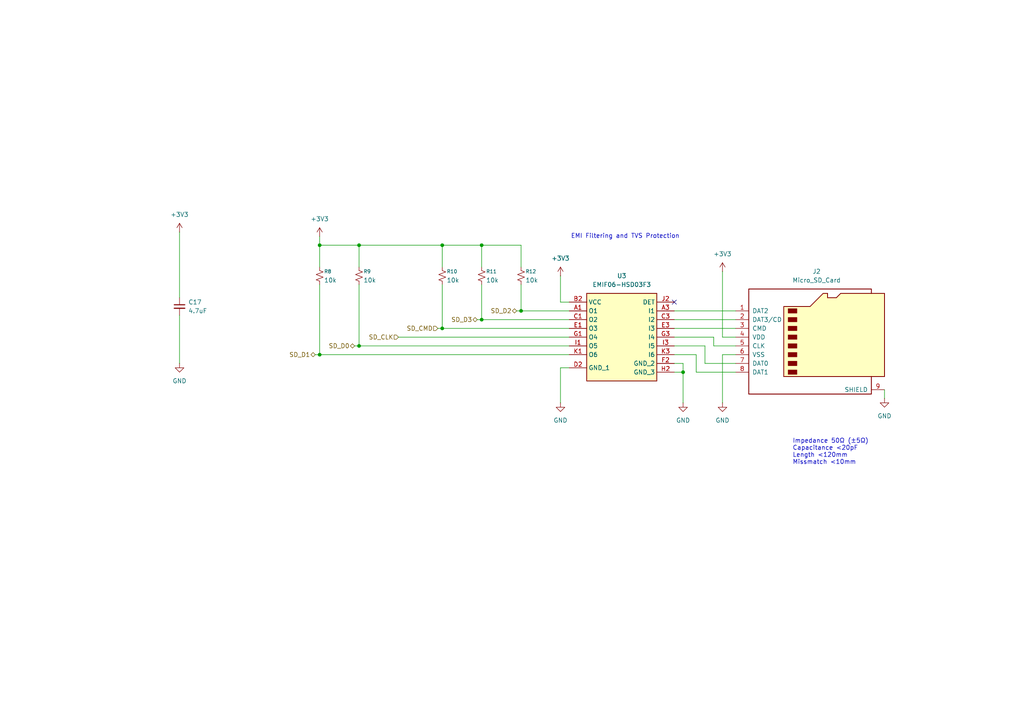
<source format=kicad_sch>
(kicad_sch
	(version 20250114)
	(generator "eeschema")
	(generator_version "9.0")
	(uuid "00bf6046-0cb2-46ed-9c7a-25a42c89ec96")
	(paper "A4")
	(title_block
		(title "Canard Board")
		(company "Waterloo Rocketry")
		(comment 4 "Processor: See STM Application Note AN5419")
	)
	(lib_symbols
		(symbol "Connector:Micro_SD_Card"
			(pin_names
				(offset 1.016)
			)
			(exclude_from_sim no)
			(in_bom yes)
			(on_board yes)
			(property "Reference" "J"
				(at -16.51 15.24 0)
				(effects
					(font
						(size 1.27 1.27)
					)
				)
			)
			(property "Value" "Micro_SD_Card"
				(at 16.51 15.24 0)
				(effects
					(font
						(size 1.27 1.27)
					)
					(justify right)
				)
			)
			(property "Footprint" ""
				(at 29.21 7.62 0)
				(effects
					(font
						(size 1.27 1.27)
					)
					(hide yes)
				)
			)
			(property "Datasheet" "https://www.we-online.com/components/products/datasheet/693072010801.pdf"
				(at 0 0 0)
				(effects
					(font
						(size 1.27 1.27)
					)
					(hide yes)
				)
			)
			(property "Description" "Micro SD Card Socket"
				(at 0 0 0)
				(effects
					(font
						(size 1.27 1.27)
					)
					(hide yes)
				)
			)
			(property "ki_keywords" "connector SD microsd"
				(at 0 0 0)
				(effects
					(font
						(size 1.27 1.27)
					)
					(hide yes)
				)
			)
			(property "ki_fp_filters" "microSD*"
				(at 0 0 0)
				(effects
					(font
						(size 1.27 1.27)
					)
					(hide yes)
				)
			)
			(symbol "Micro_SD_Card_0_1"
				(polyline
					(pts
						(xy -8.89 -11.43) (xy -8.89 8.89) (xy -1.27 8.89) (xy 2.54 12.7) (xy 3.81 12.7) (xy 3.81 11.43)
						(xy 6.35 11.43) (xy 7.62 12.7) (xy 20.32 12.7) (xy 20.32 -11.43) (xy -8.89 -11.43)
					)
					(stroke
						(width 0.254)
						(type default)
					)
					(fill
						(type background)
					)
				)
				(rectangle
					(start -7.62 8.255)
					(end -5.08 6.985)
					(stroke
						(width 0)
						(type default)
					)
					(fill
						(type outline)
					)
				)
				(rectangle
					(start -7.62 5.715)
					(end -5.08 4.445)
					(stroke
						(width 0)
						(type default)
					)
					(fill
						(type outline)
					)
				)
				(rectangle
					(start -7.62 3.175)
					(end -5.08 1.905)
					(stroke
						(width 0)
						(type default)
					)
					(fill
						(type outline)
					)
				)
				(rectangle
					(start -7.62 0.635)
					(end -5.08 -0.635)
					(stroke
						(width 0)
						(type default)
					)
					(fill
						(type outline)
					)
				)
				(rectangle
					(start -7.62 -1.905)
					(end -5.08 -3.175)
					(stroke
						(width 0)
						(type default)
					)
					(fill
						(type outline)
					)
				)
				(rectangle
					(start -7.62 -4.445)
					(end -5.08 -5.715)
					(stroke
						(width 0)
						(type default)
					)
					(fill
						(type outline)
					)
				)
				(rectangle
					(start -7.62 -6.985)
					(end -5.08 -8.255)
					(stroke
						(width 0)
						(type default)
					)
					(fill
						(type outline)
					)
				)
				(rectangle
					(start -7.62 -9.525)
					(end -5.08 -10.795)
					(stroke
						(width 0)
						(type default)
					)
					(fill
						(type outline)
					)
				)
				(polyline
					(pts
						(xy 16.51 12.7) (xy 16.51 13.97) (xy -19.05 13.97) (xy -19.05 -16.51) (xy 16.51 -16.51) (xy 16.51 -11.43)
					)
					(stroke
						(width 0.254)
						(type default)
					)
					(fill
						(type none)
					)
				)
			)
			(symbol "Micro_SD_Card_1_1"
				(pin bidirectional line
					(at -22.86 7.62 0)
					(length 3.81)
					(name "DAT2"
						(effects
							(font
								(size 1.27 1.27)
							)
						)
					)
					(number "1"
						(effects
							(font
								(size 1.27 1.27)
							)
						)
					)
				)
				(pin bidirectional line
					(at -22.86 5.08 0)
					(length 3.81)
					(name "DAT3/CD"
						(effects
							(font
								(size 1.27 1.27)
							)
						)
					)
					(number "2"
						(effects
							(font
								(size 1.27 1.27)
							)
						)
					)
				)
				(pin input line
					(at -22.86 2.54 0)
					(length 3.81)
					(name "CMD"
						(effects
							(font
								(size 1.27 1.27)
							)
						)
					)
					(number "3"
						(effects
							(font
								(size 1.27 1.27)
							)
						)
					)
				)
				(pin power_in line
					(at -22.86 0 0)
					(length 3.81)
					(name "VDD"
						(effects
							(font
								(size 1.27 1.27)
							)
						)
					)
					(number "4"
						(effects
							(font
								(size 1.27 1.27)
							)
						)
					)
				)
				(pin input line
					(at -22.86 -2.54 0)
					(length 3.81)
					(name "CLK"
						(effects
							(font
								(size 1.27 1.27)
							)
						)
					)
					(number "5"
						(effects
							(font
								(size 1.27 1.27)
							)
						)
					)
				)
				(pin power_in line
					(at -22.86 -5.08 0)
					(length 3.81)
					(name "VSS"
						(effects
							(font
								(size 1.27 1.27)
							)
						)
					)
					(number "6"
						(effects
							(font
								(size 1.27 1.27)
							)
						)
					)
				)
				(pin bidirectional line
					(at -22.86 -7.62 0)
					(length 3.81)
					(name "DAT0"
						(effects
							(font
								(size 1.27 1.27)
							)
						)
					)
					(number "7"
						(effects
							(font
								(size 1.27 1.27)
							)
						)
					)
				)
				(pin bidirectional line
					(at -22.86 -10.16 0)
					(length 3.81)
					(name "DAT1"
						(effects
							(font
								(size 1.27 1.27)
							)
						)
					)
					(number "8"
						(effects
							(font
								(size 1.27 1.27)
							)
						)
					)
				)
				(pin passive line
					(at 20.32 -15.24 180)
					(length 3.81)
					(name "SHIELD"
						(effects
							(font
								(size 1.27 1.27)
							)
						)
					)
					(number "9"
						(effects
							(font
								(size 1.27 1.27)
							)
						)
					)
				)
			)
			(embedded_fonts no)
		)
		(symbol "Device:C_Small"
			(pin_numbers
				(hide yes)
			)
			(pin_names
				(offset 0.254)
				(hide yes)
			)
			(exclude_from_sim no)
			(in_bom yes)
			(on_board yes)
			(property "Reference" "C"
				(at 0.254 1.778 0)
				(effects
					(font
						(size 1.27 1.27)
					)
					(justify left)
				)
			)
			(property "Value" "C_Small"
				(at 0.254 -2.032 0)
				(effects
					(font
						(size 1.27 1.27)
					)
					(justify left)
				)
			)
			(property "Footprint" ""
				(at 0 0 0)
				(effects
					(font
						(size 1.27 1.27)
					)
					(hide yes)
				)
			)
			(property "Datasheet" "~"
				(at 0 0 0)
				(effects
					(font
						(size 1.27 1.27)
					)
					(hide yes)
				)
			)
			(property "Description" "Unpolarized capacitor, small symbol"
				(at 0 0 0)
				(effects
					(font
						(size 1.27 1.27)
					)
					(hide yes)
				)
			)
			(property "ki_keywords" "capacitor cap"
				(at 0 0 0)
				(effects
					(font
						(size 1.27 1.27)
					)
					(hide yes)
				)
			)
			(property "ki_fp_filters" "C_*"
				(at 0 0 0)
				(effects
					(font
						(size 1.27 1.27)
					)
					(hide yes)
				)
			)
			(symbol "C_Small_0_1"
				(polyline
					(pts
						(xy -1.524 0.508) (xy 1.524 0.508)
					)
					(stroke
						(width 0.3048)
						(type default)
					)
					(fill
						(type none)
					)
				)
				(polyline
					(pts
						(xy -1.524 -0.508) (xy 1.524 -0.508)
					)
					(stroke
						(width 0.3302)
						(type default)
					)
					(fill
						(type none)
					)
				)
			)
			(symbol "C_Small_1_1"
				(pin passive line
					(at 0 2.54 270)
					(length 2.032)
					(name "~"
						(effects
							(font
								(size 1.27 1.27)
							)
						)
					)
					(number "1"
						(effects
							(font
								(size 1.27 1.27)
							)
						)
					)
				)
				(pin passive line
					(at 0 -2.54 90)
					(length 2.032)
					(name "~"
						(effects
							(font
								(size 1.27 1.27)
							)
						)
					)
					(number "2"
						(effects
							(font
								(size 1.27 1.27)
							)
						)
					)
				)
			)
			(embedded_fonts no)
		)
		(symbol "Device:R_Small_US"
			(pin_numbers
				(hide yes)
			)
			(pin_names
				(offset 0.254)
				(hide yes)
			)
			(exclude_from_sim no)
			(in_bom yes)
			(on_board yes)
			(property "Reference" "R"
				(at 0.762 0.508 0)
				(effects
					(font
						(size 1.27 1.27)
					)
					(justify left)
				)
			)
			(property "Value" "R_Small_US"
				(at 0.762 -1.016 0)
				(effects
					(font
						(size 1.27 1.27)
					)
					(justify left)
				)
			)
			(property "Footprint" ""
				(at 0 0 0)
				(effects
					(font
						(size 1.27 1.27)
					)
					(hide yes)
				)
			)
			(property "Datasheet" "~"
				(at 0 0 0)
				(effects
					(font
						(size 1.27 1.27)
					)
					(hide yes)
				)
			)
			(property "Description" "Resistor, small US symbol"
				(at 0 0 0)
				(effects
					(font
						(size 1.27 1.27)
					)
					(hide yes)
				)
			)
			(property "ki_keywords" "r resistor"
				(at 0 0 0)
				(effects
					(font
						(size 1.27 1.27)
					)
					(hide yes)
				)
			)
			(property "ki_fp_filters" "R_*"
				(at 0 0 0)
				(effects
					(font
						(size 1.27 1.27)
					)
					(hide yes)
				)
			)
			(symbol "R_Small_US_1_1"
				(polyline
					(pts
						(xy 0 1.524) (xy 1.016 1.143) (xy 0 0.762) (xy -1.016 0.381) (xy 0 0)
					)
					(stroke
						(width 0)
						(type default)
					)
					(fill
						(type none)
					)
				)
				(polyline
					(pts
						(xy 0 0) (xy 1.016 -0.381) (xy 0 -0.762) (xy -1.016 -1.143) (xy 0 -1.524)
					)
					(stroke
						(width 0)
						(type default)
					)
					(fill
						(type none)
					)
				)
				(pin passive line
					(at 0 2.54 270)
					(length 1.016)
					(name "~"
						(effects
							(font
								(size 1.27 1.27)
							)
						)
					)
					(number "1"
						(effects
							(font
								(size 1.27 1.27)
							)
						)
					)
				)
				(pin passive line
					(at 0 -2.54 90)
					(length 1.016)
					(name "~"
						(effects
							(font
								(size 1.27 1.27)
							)
						)
					)
					(number "2"
						(effects
							(font
								(size 1.27 1.27)
							)
						)
					)
				)
			)
			(embedded_fonts no)
		)
		(symbol "canardboard:EMIF06-HSD03F3"
			(exclude_from_sim no)
			(in_bom yes)
			(on_board yes)
			(property "Reference" "U"
				(at 26.67 7.62 0)
				(effects
					(font
						(size 1.27 1.27)
					)
					(justify left top)
				)
			)
			(property "Value" "EMIF06-HSD03F3"
				(at 26.67 5.08 0)
				(effects
					(font
						(size 1.27 1.27)
					)
					(justify left top)
				)
			)
			(property "Footprint" "EMIF06HSD03F3"
				(at 26.67 -94.92 0)
				(effects
					(font
						(size 1.27 1.27)
					)
					(justify left top)
					(hide yes)
				)
			)
			(property "Datasheet" "https://www.st.com/resource/en/datasheet/emif06-hsd03f3.pdf"
				(at 26.67 -194.92 0)
				(effects
					(font
						(size 1.27 1.27)
					)
					(justify left top)
					(hide yes)
				)
			)
			(property "Description" ""
				(at 0 0 0)
				(effects
					(font
						(size 1.27 1.27)
					)
					(hide yes)
				)
			)
			(property "Height" "0.65"
				(at 26.67 -394.92 0)
				(effects
					(font
						(size 1.27 1.27)
					)
					(justify left top)
					(hide yes)
				)
			)
			(property "Mouser Part Number" "511-EMIF06-HSD03F3"
				(at 26.67 -494.92 0)
				(effects
					(font
						(size 1.27 1.27)
					)
					(justify left top)
					(hide yes)
				)
			)
			(property "Mouser Price/Stock" "https://www.mouser.co.uk/ProductDetail/STMicroelectronics/EMIF06-HSD03F3?qs=wkiPY8TIIKeA9WXM%252BftrUw%3D%3D"
				(at 26.67 -594.92 0)
				(effects
					(font
						(size 1.27 1.27)
					)
					(justify left top)
					(hide yes)
				)
			)
			(property "Manufacturer_Name" "STMicroelectronics"
				(at 26.67 -694.92 0)
				(effects
					(font
						(size 1.27 1.27)
					)
					(justify left top)
					(hide yes)
				)
			)
			(property "Manufacturer_Part_Number" "EMIF06-HSD03F3"
				(at 26.67 -794.92 0)
				(effects
					(font
						(size 1.27 1.27)
					)
					(justify left top)
					(hide yes)
				)
			)
			(symbol "EMIF06-HSD03F3_1_1"
				(rectangle
					(start 5.08 2.54)
					(end 25.4 -22.86)
					(stroke
						(width 0.254)
						(type default)
					)
					(fill
						(type background)
					)
				)
				(pin passive line
					(at 0 0 0)
					(length 5.08)
					(name "VCC"
						(effects
							(font
								(size 1.27 1.27)
							)
						)
					)
					(number "B2"
						(effects
							(font
								(size 1.27 1.27)
							)
						)
					)
				)
				(pin passive line
					(at 0 -2.54 0)
					(length 5.08)
					(name "O1"
						(effects
							(font
								(size 1.27 1.27)
							)
						)
					)
					(number "A1"
						(effects
							(font
								(size 1.27 1.27)
							)
						)
					)
				)
				(pin passive line
					(at 0 -5.08 0)
					(length 5.08)
					(name "O2"
						(effects
							(font
								(size 1.27 1.27)
							)
						)
					)
					(number "C1"
						(effects
							(font
								(size 1.27 1.27)
							)
						)
					)
				)
				(pin passive line
					(at 0 -7.62 0)
					(length 5.08)
					(name "O3"
						(effects
							(font
								(size 1.27 1.27)
							)
						)
					)
					(number "E1"
						(effects
							(font
								(size 1.27 1.27)
							)
						)
					)
				)
				(pin passive line
					(at 0 -10.16 0)
					(length 5.08)
					(name "O4"
						(effects
							(font
								(size 1.27 1.27)
							)
						)
					)
					(number "G1"
						(effects
							(font
								(size 1.27 1.27)
							)
						)
					)
				)
				(pin passive line
					(at 0 -12.7 0)
					(length 5.08)
					(name "O5"
						(effects
							(font
								(size 1.27 1.27)
							)
						)
					)
					(number "I1"
						(effects
							(font
								(size 1.27 1.27)
							)
						)
					)
				)
				(pin passive line
					(at 0 -15.24 0)
					(length 5.08)
					(name "O6"
						(effects
							(font
								(size 1.27 1.27)
							)
						)
					)
					(number "K1"
						(effects
							(font
								(size 1.27 1.27)
							)
						)
					)
				)
				(pin passive line
					(at 0 -19.05 0)
					(length 5.08)
					(name "GND_1"
						(effects
							(font
								(size 1.27 1.27)
							)
						)
					)
					(number "D2"
						(effects
							(font
								(size 1.27 1.27)
							)
						)
					)
				)
				(pin passive line
					(at 30.48 0 180)
					(length 5.08)
					(name "DET"
						(effects
							(font
								(size 1.27 1.27)
							)
						)
					)
					(number "J2"
						(effects
							(font
								(size 1.27 1.27)
							)
						)
					)
				)
				(pin passive line
					(at 30.48 -2.54 180)
					(length 5.08)
					(name "I1"
						(effects
							(font
								(size 1.27 1.27)
							)
						)
					)
					(number "A3"
						(effects
							(font
								(size 1.27 1.27)
							)
						)
					)
				)
				(pin passive line
					(at 30.48 -5.08 180)
					(length 5.08)
					(name "I2"
						(effects
							(font
								(size 1.27 1.27)
							)
						)
					)
					(number "C3"
						(effects
							(font
								(size 1.27 1.27)
							)
						)
					)
				)
				(pin passive line
					(at 30.48 -7.62 180)
					(length 5.08)
					(name "I3"
						(effects
							(font
								(size 1.27 1.27)
							)
						)
					)
					(number "E3"
						(effects
							(font
								(size 1.27 1.27)
							)
						)
					)
				)
				(pin passive line
					(at 30.48 -10.16 180)
					(length 5.08)
					(name "I4"
						(effects
							(font
								(size 1.27 1.27)
							)
						)
					)
					(number "G3"
						(effects
							(font
								(size 1.27 1.27)
							)
						)
					)
				)
				(pin passive line
					(at 30.48 -12.7 180)
					(length 5.08)
					(name "I5"
						(effects
							(font
								(size 1.27 1.27)
							)
						)
					)
					(number "I3"
						(effects
							(font
								(size 1.27 1.27)
							)
						)
					)
				)
				(pin passive line
					(at 30.48 -15.24 180)
					(length 5.08)
					(name "I6"
						(effects
							(font
								(size 1.27 1.27)
							)
						)
					)
					(number "K3"
						(effects
							(font
								(size 1.27 1.27)
							)
						)
					)
				)
				(pin passive line
					(at 30.48 -17.78 180)
					(length 5.08)
					(name "GND_2"
						(effects
							(font
								(size 1.27 1.27)
							)
						)
					)
					(number "F2"
						(effects
							(font
								(size 1.27 1.27)
							)
						)
					)
				)
				(pin passive line
					(at 30.48 -20.32 180)
					(length 5.08)
					(name "GND_3"
						(effects
							(font
								(size 1.27 1.27)
							)
						)
					)
					(number "H2"
						(effects
							(font
								(size 1.27 1.27)
							)
						)
					)
				)
			)
			(embedded_fonts no)
		)
		(symbol "power:+3V3"
			(power)
			(pin_numbers
				(hide yes)
			)
			(pin_names
				(offset 0)
				(hide yes)
			)
			(exclude_from_sim no)
			(in_bom yes)
			(on_board yes)
			(property "Reference" "#PWR"
				(at 0 -3.81 0)
				(effects
					(font
						(size 1.27 1.27)
					)
					(hide yes)
				)
			)
			(property "Value" "+3V3"
				(at 0 3.556 0)
				(effects
					(font
						(size 1.27 1.27)
					)
				)
			)
			(property "Footprint" ""
				(at 0 0 0)
				(effects
					(font
						(size 1.27 1.27)
					)
					(hide yes)
				)
			)
			(property "Datasheet" ""
				(at 0 0 0)
				(effects
					(font
						(size 1.27 1.27)
					)
					(hide yes)
				)
			)
			(property "Description" "Power symbol creates a global label with name \"+3V3\""
				(at 0 0 0)
				(effects
					(font
						(size 1.27 1.27)
					)
					(hide yes)
				)
			)
			(property "ki_keywords" "global power"
				(at 0 0 0)
				(effects
					(font
						(size 1.27 1.27)
					)
					(hide yes)
				)
			)
			(symbol "+3V3_0_1"
				(polyline
					(pts
						(xy -0.762 1.27) (xy 0 2.54)
					)
					(stroke
						(width 0)
						(type default)
					)
					(fill
						(type none)
					)
				)
				(polyline
					(pts
						(xy 0 2.54) (xy 0.762 1.27)
					)
					(stroke
						(width 0)
						(type default)
					)
					(fill
						(type none)
					)
				)
				(polyline
					(pts
						(xy 0 0) (xy 0 2.54)
					)
					(stroke
						(width 0)
						(type default)
					)
					(fill
						(type none)
					)
				)
			)
			(symbol "+3V3_1_1"
				(pin power_in line
					(at 0 0 90)
					(length 0)
					(name "~"
						(effects
							(font
								(size 1.27 1.27)
							)
						)
					)
					(number "1"
						(effects
							(font
								(size 1.27 1.27)
							)
						)
					)
				)
			)
			(embedded_fonts no)
		)
		(symbol "power:GND"
			(power)
			(pin_numbers
				(hide yes)
			)
			(pin_names
				(offset 0)
				(hide yes)
			)
			(exclude_from_sim no)
			(in_bom yes)
			(on_board yes)
			(property "Reference" "#PWR"
				(at 0 -6.35 0)
				(effects
					(font
						(size 1.27 1.27)
					)
					(hide yes)
				)
			)
			(property "Value" "GND"
				(at 0 -3.81 0)
				(effects
					(font
						(size 1.27 1.27)
					)
				)
			)
			(property "Footprint" ""
				(at 0 0 0)
				(effects
					(font
						(size 1.27 1.27)
					)
					(hide yes)
				)
			)
			(property "Datasheet" ""
				(at 0 0 0)
				(effects
					(font
						(size 1.27 1.27)
					)
					(hide yes)
				)
			)
			(property "Description" "Power symbol creates a global label with name \"GND\" , ground"
				(at 0 0 0)
				(effects
					(font
						(size 1.27 1.27)
					)
					(hide yes)
				)
			)
			(property "ki_keywords" "global power"
				(at 0 0 0)
				(effects
					(font
						(size 1.27 1.27)
					)
					(hide yes)
				)
			)
			(symbol "GND_0_1"
				(polyline
					(pts
						(xy 0 0) (xy 0 -1.27) (xy 1.27 -1.27) (xy 0 -2.54) (xy -1.27 -1.27) (xy 0 -1.27)
					)
					(stroke
						(width 0)
						(type default)
					)
					(fill
						(type none)
					)
				)
			)
			(symbol "GND_1_1"
				(pin power_in line
					(at 0 0 270)
					(length 0)
					(name "~"
						(effects
							(font
								(size 1.27 1.27)
							)
						)
					)
					(number "1"
						(effects
							(font
								(size 1.27 1.27)
							)
						)
					)
				)
			)
			(embedded_fonts no)
		)
	)
	(text "Impedance 50Ω (±5Ω)\nCapacitance <20pF\nLength <120mm\nMissmatch <10mm"
		(exclude_from_sim no)
		(at 229.87 127.254 0)
		(effects
			(font
				(size 1.27 1.27)
			)
			(justify left top)
		)
		(uuid "b00290ff-e45a-4b62-a9cc-a452777f5eca")
	)
	(text "EMI Filtering and TVS Protection"
		(exclude_from_sim no)
		(at 181.356 68.58 0)
		(effects
			(font
				(size 1.27 1.27)
			)
		)
		(uuid "da2281f2-b034-4141-b8a3-60b3278f433b")
	)
	(junction
		(at 198.12 107.95)
		(diameter 0)
		(color 0 0 0 0)
		(uuid "03586201-53bb-4b50-b39a-1030722cc49b")
	)
	(junction
		(at 139.7 92.71)
		(diameter 0)
		(color 0 0 0 0)
		(uuid "07fafd1f-b80a-47f2-9ff0-21d93b82def5")
	)
	(junction
		(at 128.27 95.25)
		(diameter 0)
		(color 0 0 0 0)
		(uuid "25387297-27ff-4988-9b96-8038afd6b25d")
	)
	(junction
		(at 92.71 102.87)
		(diameter 0)
		(color 0 0 0 0)
		(uuid "5846c9f9-a631-4419-9442-783ebb7bb54f")
	)
	(junction
		(at 128.27 71.12)
		(diameter 0)
		(color 0 0 0 0)
		(uuid "87294f0e-bcf7-48c6-b42e-b57be8d5dfb2")
	)
	(junction
		(at 104.14 100.33)
		(diameter 0)
		(color 0 0 0 0)
		(uuid "b9a169e5-588a-496f-a1ed-53f50906eb46")
	)
	(junction
		(at 151.13 90.17)
		(diameter 0)
		(color 0 0 0 0)
		(uuid "bb8f2e45-c341-4008-93b1-c985fd5a2ba8")
	)
	(junction
		(at 139.7 71.12)
		(diameter 0)
		(color 0 0 0 0)
		(uuid "dfd54759-582a-4bbb-859e-b0fcda2b35bb")
	)
	(junction
		(at 92.71 71.12)
		(diameter 0)
		(color 0 0 0 0)
		(uuid "f0029ee7-3e92-492d-bd86-1f31a1a8d01d")
	)
	(junction
		(at 104.14 71.12)
		(diameter 0)
		(color 0 0 0 0)
		(uuid "f4ba0c70-07f6-4211-9f07-7ca6f272354d")
	)
	(no_connect
		(at 195.58 87.63)
		(uuid "82aa0a1d-9314-4676-8b89-7d65fe84eb87")
	)
	(wire
		(pts
			(xy 128.27 95.25) (xy 165.1 95.25)
		)
		(stroke
			(width 0)
			(type default)
		)
		(uuid "0388bc22-64a5-45fd-8c98-cb6fb5ac88af")
	)
	(wire
		(pts
			(xy 128.27 71.12) (xy 128.27 77.47)
		)
		(stroke
			(width 0)
			(type default)
		)
		(uuid "04128b15-a508-41e3-8d73-fb7c43c521a9")
	)
	(wire
		(pts
			(xy 139.7 71.12) (xy 139.7 77.47)
		)
		(stroke
			(width 0)
			(type default)
		)
		(uuid "09434799-e7a2-4425-95db-da5ebb8fed8f")
	)
	(wire
		(pts
			(xy 139.7 82.55) (xy 139.7 92.71)
		)
		(stroke
			(width 0)
			(type default)
		)
		(uuid "0c0f21fe-3e3d-48c4-b972-bc2d7cf61195")
	)
	(wire
		(pts
			(xy 127 95.25) (xy 128.27 95.25)
		)
		(stroke
			(width 0)
			(type default)
		)
		(uuid "0e79d419-8ac4-41f2-85ad-f4a28b320001")
	)
	(wire
		(pts
			(xy 128.27 71.12) (xy 139.7 71.12)
		)
		(stroke
			(width 0)
			(type default)
		)
		(uuid "20354ef8-38d7-4490-942f-78a6ec039173")
	)
	(wire
		(pts
			(xy 207.01 97.79) (xy 207.01 100.33)
		)
		(stroke
			(width 0)
			(type default)
		)
		(uuid "23161bb8-83d5-41c3-a0c9-daafff3528c0")
	)
	(wire
		(pts
			(xy 52.07 67.31) (xy 52.07 86.36)
		)
		(stroke
			(width 0)
			(type default)
		)
		(uuid "2595549e-ff2c-4ef3-8ec0-21ab8cb87684")
	)
	(wire
		(pts
			(xy 165.1 87.63) (xy 162.56 87.63)
		)
		(stroke
			(width 0)
			(type default)
		)
		(uuid "29fab7d0-e16f-4a42-aa95-630044fc33ae")
	)
	(wire
		(pts
			(xy 92.71 82.55) (xy 92.71 102.87)
		)
		(stroke
			(width 0)
			(type default)
		)
		(uuid "2b5deafa-2286-4db4-adf4-846edb36dfdd")
	)
	(wire
		(pts
			(xy 204.47 105.41) (xy 213.36 105.41)
		)
		(stroke
			(width 0)
			(type default)
		)
		(uuid "2eb32f41-3fd1-4500-a837-42475e8349d5")
	)
	(wire
		(pts
			(xy 195.58 97.79) (xy 207.01 97.79)
		)
		(stroke
			(width 0)
			(type default)
		)
		(uuid "32816207-6589-4f5c-b93c-ca53af6e539a")
	)
	(wire
		(pts
			(xy 209.55 116.84) (xy 209.55 102.87)
		)
		(stroke
			(width 0)
			(type default)
		)
		(uuid "38f27f9c-9a2a-42c8-9461-a3cb148c481c")
	)
	(wire
		(pts
			(xy 139.7 92.71) (xy 165.1 92.71)
		)
		(stroke
			(width 0)
			(type default)
		)
		(uuid "3a159d81-0605-492e-b426-80a6b19e230f")
	)
	(wire
		(pts
			(xy 165.1 106.68) (xy 162.56 106.68)
		)
		(stroke
			(width 0)
			(type default)
		)
		(uuid "41cda9e3-c18e-4525-b2bd-f2827f49e7e1")
	)
	(wire
		(pts
			(xy 195.58 105.41) (xy 198.12 105.41)
		)
		(stroke
			(width 0)
			(type default)
		)
		(uuid "472fdd25-a7c0-47c8-9b6a-56730e62e433")
	)
	(wire
		(pts
			(xy 204.47 100.33) (xy 204.47 105.41)
		)
		(stroke
			(width 0)
			(type default)
		)
		(uuid "4cbf9972-7a08-4eb2-8aac-947760560a10")
	)
	(wire
		(pts
			(xy 195.58 92.71) (xy 213.36 92.71)
		)
		(stroke
			(width 0)
			(type default)
		)
		(uuid "524e7028-64d7-4e03-b60a-520e31e07ae8")
	)
	(wire
		(pts
			(xy 195.58 90.17) (xy 213.36 90.17)
		)
		(stroke
			(width 0)
			(type default)
		)
		(uuid "526bb92a-8bbe-4a6a-8ab9-61598aea727b")
	)
	(wire
		(pts
			(xy 115.57 97.79) (xy 165.1 97.79)
		)
		(stroke
			(width 0)
			(type default)
		)
		(uuid "58d07cf6-9c29-479a-b338-d6341552651f")
	)
	(wire
		(pts
			(xy 201.93 107.95) (xy 213.36 107.95)
		)
		(stroke
			(width 0)
			(type default)
		)
		(uuid "59c83aa7-3d5a-461f-ac5e-c9bb57f01107")
	)
	(wire
		(pts
			(xy 91.44 102.87) (xy 92.71 102.87)
		)
		(stroke
			(width 0)
			(type default)
		)
		(uuid "667afd1c-a16f-4230-8177-f9acc4232ecf")
	)
	(wire
		(pts
			(xy 151.13 90.17) (xy 165.1 90.17)
		)
		(stroke
			(width 0)
			(type default)
		)
		(uuid "70a50115-d737-4106-86e1-4d536c1ef248")
	)
	(wire
		(pts
			(xy 151.13 71.12) (xy 151.13 77.47)
		)
		(stroke
			(width 0)
			(type default)
		)
		(uuid "7f158841-d451-4797-84df-024619b3b5ed")
	)
	(wire
		(pts
			(xy 195.58 100.33) (xy 204.47 100.33)
		)
		(stroke
			(width 0)
			(type default)
		)
		(uuid "836dc062-c120-4eba-b226-6a121408008c")
	)
	(wire
		(pts
			(xy 104.14 100.33) (xy 165.1 100.33)
		)
		(stroke
			(width 0)
			(type default)
		)
		(uuid "87343aad-6064-4ef9-a51d-c1c9e72cbd60")
	)
	(wire
		(pts
			(xy 92.71 77.47) (xy 92.71 71.12)
		)
		(stroke
			(width 0)
			(type default)
		)
		(uuid "8a38d2a3-aee7-4540-a231-74d00a1ac251")
	)
	(wire
		(pts
			(xy 151.13 82.55) (xy 151.13 90.17)
		)
		(stroke
			(width 0)
			(type default)
		)
		(uuid "8e78753a-98a9-4087-bb36-34e9cf766f6a")
	)
	(wire
		(pts
			(xy 138.43 92.71) (xy 139.7 92.71)
		)
		(stroke
			(width 0)
			(type default)
		)
		(uuid "97ee7153-d7c9-4670-bc6f-6579796cacfe")
	)
	(wire
		(pts
			(xy 162.56 106.68) (xy 162.56 116.84)
		)
		(stroke
			(width 0)
			(type default)
		)
		(uuid "9d1411d1-a532-4444-bd07-f21ce3273562")
	)
	(wire
		(pts
			(xy 139.7 71.12) (xy 151.13 71.12)
		)
		(stroke
			(width 0)
			(type default)
		)
		(uuid "a07386fe-ed46-4e4c-9b8a-901b880c4a6c")
	)
	(wire
		(pts
			(xy 92.71 71.12) (xy 104.14 71.12)
		)
		(stroke
			(width 0)
			(type default)
		)
		(uuid "a23092ad-3999-4335-923b-c75bf6fe0907")
	)
	(wire
		(pts
			(xy 104.14 82.55) (xy 104.14 100.33)
		)
		(stroke
			(width 0)
			(type default)
		)
		(uuid "a609ff6d-b996-4c4e-a946-d719b2e1c667")
	)
	(wire
		(pts
			(xy 104.14 71.12) (xy 104.14 77.47)
		)
		(stroke
			(width 0)
			(type default)
		)
		(uuid "ac2dd14a-3f34-4d39-933e-cfd33333157d")
	)
	(wire
		(pts
			(xy 92.71 102.87) (xy 165.1 102.87)
		)
		(stroke
			(width 0)
			(type default)
		)
		(uuid "b2e37b4b-dc81-4e2c-a876-b9ac1360e722")
	)
	(wire
		(pts
			(xy 195.58 102.87) (xy 201.93 102.87)
		)
		(stroke
			(width 0)
			(type default)
		)
		(uuid "b507f24a-5322-4cf0-9160-94b97b6e6413")
	)
	(wire
		(pts
			(xy 198.12 107.95) (xy 198.12 116.84)
		)
		(stroke
			(width 0)
			(type default)
		)
		(uuid "b618ebff-6cb8-4670-965e-2c28b12079aa")
	)
	(wire
		(pts
			(xy 149.86 90.17) (xy 151.13 90.17)
		)
		(stroke
			(width 0)
			(type default)
		)
		(uuid "ba7d13e4-eeff-4648-a7ea-7e4efaa5c4ce")
	)
	(wire
		(pts
			(xy 102.87 100.33) (xy 104.14 100.33)
		)
		(stroke
			(width 0)
			(type default)
		)
		(uuid "bab35e64-6b46-4832-aebd-03b06664e49a")
	)
	(wire
		(pts
			(xy 104.14 71.12) (xy 128.27 71.12)
		)
		(stroke
			(width 0)
			(type default)
		)
		(uuid "bb0a1b25-f302-4cbc-a808-8fb2e18b0a4d")
	)
	(wire
		(pts
			(xy 256.54 115.57) (xy 256.54 113.03)
		)
		(stroke
			(width 0)
			(type default)
		)
		(uuid "c1ccd322-973a-4b5b-a838-3dd3bb7f0c32")
	)
	(wire
		(pts
			(xy 52.07 91.44) (xy 52.07 105.41)
		)
		(stroke
			(width 0)
			(type default)
		)
		(uuid "c4bf98ec-4a11-4439-baf3-275cdff44d5e")
	)
	(wire
		(pts
			(xy 195.58 95.25) (xy 213.36 95.25)
		)
		(stroke
			(width 0)
			(type default)
		)
		(uuid "c5d1c94b-156c-4fb7-8001-9a649040de86")
	)
	(wire
		(pts
			(xy 209.55 97.79) (xy 213.36 97.79)
		)
		(stroke
			(width 0)
			(type default)
		)
		(uuid "c8e06c87-7a2b-4735-af36-c2eba46d2959")
	)
	(wire
		(pts
			(xy 207.01 100.33) (xy 213.36 100.33)
		)
		(stroke
			(width 0)
			(type default)
		)
		(uuid "cffb70ee-777f-40a0-ab37-1b9c17f5db06")
	)
	(wire
		(pts
			(xy 209.55 102.87) (xy 213.36 102.87)
		)
		(stroke
			(width 0)
			(type default)
		)
		(uuid "d33fb945-c818-4fbc-8750-d0664b029d01")
	)
	(wire
		(pts
			(xy 162.56 80.01) (xy 162.56 87.63)
		)
		(stroke
			(width 0)
			(type default)
		)
		(uuid "d6527989-bb2c-4386-8a30-57a106f28d81")
	)
	(wire
		(pts
			(xy 198.12 105.41) (xy 198.12 107.95)
		)
		(stroke
			(width 0)
			(type default)
		)
		(uuid "e4b0ebae-0858-456d-ad03-f232bb8a9727")
	)
	(wire
		(pts
			(xy 195.58 107.95) (xy 198.12 107.95)
		)
		(stroke
			(width 0)
			(type default)
		)
		(uuid "ee349770-1c9b-4dc7-ba09-597d92452afe")
	)
	(wire
		(pts
			(xy 201.93 102.87) (xy 201.93 107.95)
		)
		(stroke
			(width 0)
			(type default)
		)
		(uuid "f57bea3d-e3eb-4a59-a7e1-b2a543d578b8")
	)
	(wire
		(pts
			(xy 209.55 78.74) (xy 209.55 97.79)
		)
		(stroke
			(width 0)
			(type default)
		)
		(uuid "fa977579-2891-44fc-a759-8a856db7fc77")
	)
	(wire
		(pts
			(xy 128.27 82.55) (xy 128.27 95.25)
		)
		(stroke
			(width 0)
			(type default)
		)
		(uuid "fc65dac5-7c33-4d0f-9c4d-2aa7215e6f0e")
	)
	(wire
		(pts
			(xy 92.71 68.58) (xy 92.71 71.12)
		)
		(stroke
			(width 0)
			(type default)
		)
		(uuid "fdcb8efd-4252-41d2-9d5e-9444984f80f2")
	)
	(hierarchical_label "SD_CMD"
		(shape input)
		(at 127 95.25 180)
		(effects
			(font
				(size 1.27 1.27)
			)
			(justify right)
		)
		(uuid "0aedc984-68ba-4a2c-97ab-7b9f296a6174")
	)
	(hierarchical_label "SD_D2"
		(shape bidirectional)
		(at 149.86 90.17 180)
		(effects
			(font
				(size 1.27 1.27)
			)
			(justify right)
		)
		(uuid "11f9be45-cfaf-4715-9998-95f3403268c5")
	)
	(hierarchical_label "SD_D1"
		(shape bidirectional)
		(at 91.44 102.87 180)
		(effects
			(font
				(size 1.27 1.27)
			)
			(justify right)
		)
		(uuid "28e0994d-b54f-4c45-82c7-409f093594b5")
	)
	(hierarchical_label "SD_D3"
		(shape bidirectional)
		(at 138.43 92.71 180)
		(effects
			(font
				(size 1.27 1.27)
			)
			(justify right)
		)
		(uuid "978b1cfb-1306-4456-8b0a-1d8cca36a5ec")
	)
	(hierarchical_label "SD_D0"
		(shape bidirectional)
		(at 102.87 100.33 180)
		(effects
			(font
				(size 1.27 1.27)
			)
			(justify right)
		)
		(uuid "cf7a003b-1465-4384-a5e3-f52e9b1eae88")
	)
	(hierarchical_label "SD_CLK"
		(shape input)
		(at 115.57 97.79 180)
		(effects
			(font
				(size 1.27 1.27)
			)
			(justify right)
		)
		(uuid "db8d7a58-d53b-48ce-8d91-2c57ef67f752")
	)
	(symbol
		(lib_id "Device:C_Small")
		(at 52.07 88.9 0)
		(mirror y)
		(unit 1)
		(exclude_from_sim no)
		(in_bom yes)
		(on_board yes)
		(dnp no)
		(fields_autoplaced yes)
		(uuid "2f45b379-9e1b-44bf-a775-62c1cbe46608")
		(property "Reference" "C17"
			(at 54.61 87.6362 0)
			(effects
				(font
					(size 1.27 1.27)
				)
				(justify right)
			)
		)
		(property "Value" "4.7uF"
			(at 54.61 90.1762 0)
			(effects
				(font
					(size 1.27 1.27)
				)
				(justify right)
			)
		)
		(property "Footprint" "Capacitor_SMD:C_0402_1005Metric"
			(at 52.07 88.9 0)
			(effects
				(font
					(size 1.27 1.27)
				)
				(hide yes)
			)
		)
		(property "Datasheet" "~"
			(at 52.07 88.9 0)
			(effects
				(font
					(size 1.27 1.27)
				)
				(hide yes)
			)
		)
		(property "Description" "Unpolarized capacitor, small symbol"
			(at 52.07 88.9 0)
			(effects
				(font
					(size 1.27 1.27)
				)
				(hide yes)
			)
		)
		(property "LCSC Part #" "C49678"
			(at 52.07 88.9 0)
			(effects
				(font
					(size 1.27 1.27)
				)
				(hide yes)
			)
		)
		(pin "1"
			(uuid "71d76299-01c5-481a-a89c-7e9fa990729a")
		)
		(pin "2"
			(uuid "fc974b5b-e7ff-4939-b8ed-79392924804b")
		)
		(instances
			(project "CanardBoard"
				(path "/605ab838-6b02-4cf5-a6b5-94a0cdb1b998/78243af2-5eea-48f5-811a-91865538cf4e"
					(reference "C17")
					(unit 1)
				)
			)
		)
	)
	(symbol
		(lib_id "Device:R_Small_US")
		(at 92.71 80.01 0)
		(unit 1)
		(exclude_from_sim no)
		(in_bom yes)
		(on_board yes)
		(dnp no)
		(uuid "2f7e7fa6-ab30-4040-8049-3fb7e370ffb9")
		(property "Reference" "R8"
			(at 93.98 78.74 0)
			(effects
				(font
					(size 1.016 1.016)
				)
				(justify left)
			)
		)
		(property "Value" "10k"
			(at 93.98 81.28 0)
			(effects
				(font
					(size 1.27 1.27)
				)
				(justify left)
			)
		)
		(property "Footprint" "Resistor_SMD:R_0402_1005Metric"
			(at 92.71 80.01 0)
			(effects
				(font
					(size 1.27 1.27)
				)
				(hide yes)
			)
		)
		(property "Datasheet" "~"
			(at 92.71 80.01 0)
			(effects
				(font
					(size 1.27 1.27)
				)
				(hide yes)
			)
		)
		(property "Description" "Resistor, small US symbol"
			(at 92.71 80.01 0)
			(effects
				(font
					(size 1.27 1.27)
				)
				(hide yes)
			)
		)
		(pin "1"
			(uuid "88b4ef57-8360-4bb9-898d-88edf811ac78")
		)
		(pin "2"
			(uuid "e758dae1-62a9-4f1d-8543-4037686cdd0d")
		)
		(instances
			(project "CanardBoard"
				(path "/605ab838-6b02-4cf5-a6b5-94a0cdb1b998/78243af2-5eea-48f5-811a-91865538cf4e"
					(reference "R8")
					(unit 1)
				)
			)
		)
	)
	(symbol
		(lib_id "Device:R_Small_US")
		(at 139.7 80.01 0)
		(unit 1)
		(exclude_from_sim no)
		(in_bom yes)
		(on_board yes)
		(dnp no)
		(uuid "30a00756-682c-4c70-a5c4-c1406849f98f")
		(property "Reference" "R11"
			(at 140.97 78.74 0)
			(effects
				(font
					(size 1.016 1.016)
				)
				(justify left)
			)
		)
		(property "Value" "10k"
			(at 140.97 81.28 0)
			(effects
				(font
					(size 1.27 1.27)
				)
				(justify left)
			)
		)
		(property "Footprint" "Resistor_SMD:R_0402_1005Metric"
			(at 139.7 80.01 0)
			(effects
				(font
					(size 1.27 1.27)
				)
				(hide yes)
			)
		)
		(property "Datasheet" "~"
			(at 139.7 80.01 0)
			(effects
				(font
					(size 1.27 1.27)
				)
				(hide yes)
			)
		)
		(property "Description" "Resistor, small US symbol"
			(at 139.7 80.01 0)
			(effects
				(font
					(size 1.27 1.27)
				)
				(hide yes)
			)
		)
		(pin "1"
			(uuid "b4b12ea0-6b85-4a28-84d7-cad703c184e0")
		)
		(pin "2"
			(uuid "5b55ee6f-e72d-4ddc-9417-6dae74c3a0ec")
		)
		(instances
			(project "CanardBoard"
				(path "/605ab838-6b02-4cf5-a6b5-94a0cdb1b998/78243af2-5eea-48f5-811a-91865538cf4e"
					(reference "R11")
					(unit 1)
				)
			)
		)
	)
	(symbol
		(lib_id "power:+3V3")
		(at 52.07 67.31 0)
		(unit 1)
		(exclude_from_sim no)
		(in_bom yes)
		(on_board yes)
		(dnp no)
		(fields_autoplaced yes)
		(uuid "314132a3-20f8-489a-ba84-da322c8931fa")
		(property "Reference" "#PWR028"
			(at 52.07 71.12 0)
			(effects
				(font
					(size 1.27 1.27)
				)
				(hide yes)
			)
		)
		(property "Value" "+3V3"
			(at 52.07 62.23 0)
			(effects
				(font
					(size 1.27 1.27)
				)
			)
		)
		(property "Footprint" ""
			(at 52.07 67.31 0)
			(effects
				(font
					(size 1.27 1.27)
				)
				(hide yes)
			)
		)
		(property "Datasheet" ""
			(at 52.07 67.31 0)
			(effects
				(font
					(size 1.27 1.27)
				)
				(hide yes)
			)
		)
		(property "Description" "Power symbol creates a global label with name \"+3V3\""
			(at 52.07 67.31 0)
			(effects
				(font
					(size 1.27 1.27)
				)
				(hide yes)
			)
		)
		(pin "1"
			(uuid "dcc4b8d3-ac26-498f-8d81-eb76cdb6211c")
		)
		(instances
			(project "CanardBoard"
				(path "/605ab838-6b02-4cf5-a6b5-94a0cdb1b998/78243af2-5eea-48f5-811a-91865538cf4e"
					(reference "#PWR028")
					(unit 1)
				)
			)
		)
	)
	(symbol
		(lib_id "power:GND")
		(at 162.56 116.84 0)
		(unit 1)
		(exclude_from_sim no)
		(in_bom yes)
		(on_board yes)
		(dnp no)
		(fields_autoplaced yes)
		(uuid "34e8af42-5110-4b72-93fe-ecfc865de5df")
		(property "Reference" "#PWR032"
			(at 162.56 123.19 0)
			(effects
				(font
					(size 1.27 1.27)
				)
				(hide yes)
			)
		)
		(property "Value" "GND"
			(at 162.56 121.92 0)
			(effects
				(font
					(size 1.27 1.27)
				)
			)
		)
		(property "Footprint" ""
			(at 162.56 116.84 0)
			(effects
				(font
					(size 1.27 1.27)
				)
				(hide yes)
			)
		)
		(property "Datasheet" ""
			(at 162.56 116.84 0)
			(effects
				(font
					(size 1.27 1.27)
				)
				(hide yes)
			)
		)
		(property "Description" "Power symbol creates a global label with name \"GND\" , ground"
			(at 162.56 116.84 0)
			(effects
				(font
					(size 1.27 1.27)
				)
				(hide yes)
			)
		)
		(pin "1"
			(uuid "790cd838-0507-4502-9294-6736a9305669")
		)
		(instances
			(project "CanardBoard"
				(path "/605ab838-6b02-4cf5-a6b5-94a0cdb1b998/78243af2-5eea-48f5-811a-91865538cf4e"
					(reference "#PWR032")
					(unit 1)
				)
			)
		)
	)
	(symbol
		(lib_id "Device:R_Small_US")
		(at 128.27 80.01 0)
		(unit 1)
		(exclude_from_sim no)
		(in_bom yes)
		(on_board yes)
		(dnp no)
		(uuid "46ab2ffe-5634-46ad-bba2-373a492baa96")
		(property "Reference" "R10"
			(at 129.54 78.74 0)
			(effects
				(font
					(size 1.016 1.016)
				)
				(justify left)
			)
		)
		(property "Value" "10k"
			(at 129.54 81.28 0)
			(effects
				(font
					(size 1.27 1.27)
				)
				(justify left)
			)
		)
		(property "Footprint" "Resistor_SMD:R_0402_1005Metric"
			(at 128.27 80.01 0)
			(effects
				(font
					(size 1.27 1.27)
				)
				(hide yes)
			)
		)
		(property "Datasheet" "~"
			(at 128.27 80.01 0)
			(effects
				(font
					(size 1.27 1.27)
				)
				(hide yes)
			)
		)
		(property "Description" "Resistor, small US symbol"
			(at 128.27 80.01 0)
			(effects
				(font
					(size 1.27 1.27)
				)
				(hide yes)
			)
		)
		(pin "1"
			(uuid "eeaf2e8c-8d3a-4c26-bfef-dd70fd60ab93")
		)
		(pin "2"
			(uuid "bce62006-90be-4a08-b191-29303ec16cb2")
		)
		(instances
			(project "CanardBoard"
				(path "/605ab838-6b02-4cf5-a6b5-94a0cdb1b998/78243af2-5eea-48f5-811a-91865538cf4e"
					(reference "R10")
					(unit 1)
				)
			)
		)
	)
	(symbol
		(lib_id "power:GND")
		(at 256.54 115.57 0)
		(unit 1)
		(exclude_from_sim no)
		(in_bom yes)
		(on_board yes)
		(dnp no)
		(fields_autoplaced yes)
		(uuid "497e6103-f828-4e0e-bfba-fca58a4e50ab")
		(property "Reference" "#PWR036"
			(at 256.54 121.92 0)
			(effects
				(font
					(size 1.27 1.27)
				)
				(hide yes)
			)
		)
		(property "Value" "GND"
			(at 256.54 120.65 0)
			(effects
				(font
					(size 1.27 1.27)
				)
			)
		)
		(property "Footprint" ""
			(at 256.54 115.57 0)
			(effects
				(font
					(size 1.27 1.27)
				)
				(hide yes)
			)
		)
		(property "Datasheet" ""
			(at 256.54 115.57 0)
			(effects
				(font
					(size 1.27 1.27)
				)
				(hide yes)
			)
		)
		(property "Description" "Power symbol creates a global label with name \"GND\" , ground"
			(at 256.54 115.57 0)
			(effects
				(font
					(size 1.27 1.27)
				)
				(hide yes)
			)
		)
		(pin "1"
			(uuid "02b1da27-bcef-4b3a-96d1-aeea5f382785")
		)
		(instances
			(project "CanardBoard"
				(path "/605ab838-6b02-4cf5-a6b5-94a0cdb1b998/78243af2-5eea-48f5-811a-91865538cf4e"
					(reference "#PWR036")
					(unit 1)
				)
			)
		)
	)
	(symbol
		(lib_id "power:+3V3")
		(at 209.55 78.74 0)
		(unit 1)
		(exclude_from_sim no)
		(in_bom yes)
		(on_board yes)
		(dnp no)
		(fields_autoplaced yes)
		(uuid "712c21eb-b717-4340-892a-09365c38eef2")
		(property "Reference" "#PWR034"
			(at 209.55 82.55 0)
			(effects
				(font
					(size 1.27 1.27)
				)
				(hide yes)
			)
		)
		(property "Value" "+3V3"
			(at 209.55 73.66 0)
			(effects
				(font
					(size 1.27 1.27)
				)
			)
		)
		(property "Footprint" ""
			(at 209.55 78.74 0)
			(effects
				(font
					(size 1.27 1.27)
				)
				(hide yes)
			)
		)
		(property "Datasheet" ""
			(at 209.55 78.74 0)
			(effects
				(font
					(size 1.27 1.27)
				)
				(hide yes)
			)
		)
		(property "Description" "Power symbol creates a global label with name \"+3V3\""
			(at 209.55 78.74 0)
			(effects
				(font
					(size 1.27 1.27)
				)
				(hide yes)
			)
		)
		(pin "1"
			(uuid "194718f5-8053-466b-a744-77895a294ba1")
		)
		(instances
			(project "CanardBoard"
				(path "/605ab838-6b02-4cf5-a6b5-94a0cdb1b998/78243af2-5eea-48f5-811a-91865538cf4e"
					(reference "#PWR034")
					(unit 1)
				)
			)
		)
	)
	(symbol
		(lib_id "canardboard:EMIF06-HSD03F3")
		(at 165.1 87.63 0)
		(unit 1)
		(exclude_from_sim no)
		(in_bom yes)
		(on_board yes)
		(dnp no)
		(fields_autoplaced yes)
		(uuid "714bfa48-25ed-4d95-a451-0fce46746359")
		(property "Reference" "U3"
			(at 180.34 80.01 0)
			(effects
				(font
					(size 1.27 1.27)
				)
			)
		)
		(property "Value" "EMIF06-HSD03F3"
			(at 180.34 82.55 0)
			(effects
				(font
					(size 1.27 1.27)
				)
			)
		)
		(property "Footprint" "canardboard:EMIF06HSD03F3"
			(at 191.77 182.55 0)
			(effects
				(font
					(size 1.27 1.27)
				)
				(justify left top)
				(hide yes)
			)
		)
		(property "Datasheet" "https://www.st.com/resource/en/datasheet/emif06-hsd03f3.pdf"
			(at 191.77 282.55 0)
			(effects
				(font
					(size 1.27 1.27)
				)
				(justify left top)
				(hide yes)
			)
		)
		(property "Description" ""
			(at 165.1 87.63 0)
			(effects
				(font
					(size 1.27 1.27)
				)
				(hide yes)
			)
		)
		(property "Height" "0.65"
			(at 191.77 482.55 0)
			(effects
				(font
					(size 1.27 1.27)
				)
				(justify left top)
				(hide yes)
			)
		)
		(property "Mouser Part Number" "511-EMIF06-HSD03F3"
			(at 191.77 582.55 0)
			(effects
				(font
					(size 1.27 1.27)
				)
				(justify left top)
				(hide yes)
			)
		)
		(property "Mouser Price/Stock" "https://www.mouser.co.uk/ProductDetail/STMicroelectronics/EMIF06-HSD03F3?qs=wkiPY8TIIKeA9WXM%252BftrUw%3D%3D"
			(at 191.77 682.55 0)
			(effects
				(font
					(size 1.27 1.27)
				)
				(justify left top)
				(hide yes)
			)
		)
		(property "Manufacturer_Name" "STMicroelectronics"
			(at 191.77 782.55 0)
			(effects
				(font
					(size 1.27 1.27)
				)
				(justify left top)
				(hide yes)
			)
		)
		(property "Manufacturer_Part_Number" "EMIF06-HSD03F3"
			(at 191.77 882.55 0)
			(effects
				(font
					(size 1.27 1.27)
				)
				(justify left top)
				(hide yes)
			)
		)
		(pin "K1"
			(uuid "f42a3b2d-1557-4be9-914d-9b298a2ea031")
		)
		(pin "C1"
			(uuid "e9e47f60-f8fe-4fd8-9fe0-3d3195897cee")
		)
		(pin "G1"
			(uuid "5549f204-86a9-478d-a6cb-898c7de7500a")
		)
		(pin "A3"
			(uuid "7cd5cab4-33ee-4ccd-a24b-e5fc7624e281")
		)
		(pin "G3"
			(uuid "08624cde-edce-4874-a824-184cf745082e")
		)
		(pin "D2"
			(uuid "7004ac88-f461-446e-b584-c8ee69617076")
		)
		(pin "A1"
			(uuid "bab62328-f2dc-47ff-8493-eaa52329c217")
		)
		(pin "I1"
			(uuid "9d60e86f-957b-4672-9fac-fa191e0cd097")
		)
		(pin "J2"
			(uuid "142fbd1b-9fa8-4df3-a368-03a85cd29664")
		)
		(pin "K3"
			(uuid "c96fbfec-435d-4bb5-82a1-622dc0db36e2")
		)
		(pin "E1"
			(uuid "783b111e-eaaf-4eb3-9fa7-270c44a2486a")
		)
		(pin "H2"
			(uuid "8b30d61d-1b57-448f-83a3-2e5da7e69c4a")
		)
		(pin "B2"
			(uuid "5780fe7a-59c9-4032-90aa-8e6b2b68069b")
		)
		(pin "E3"
			(uuid "ff3b9395-9724-4e52-aed3-ba78b423eb00")
		)
		(pin "F2"
			(uuid "a70201e1-a384-414c-ab9f-b5a702b0b745")
		)
		(pin "C3"
			(uuid "4721db80-ffcf-48f7-b3db-ffa34d1b5fdd")
		)
		(pin "I3"
			(uuid "095aba9d-e064-4467-b261-d5a6e5fbfaa5")
		)
		(instances
			(project ""
				(path "/605ab838-6b02-4cf5-a6b5-94a0cdb1b998/78243af2-5eea-48f5-811a-91865538cf4e"
					(reference "U3")
					(unit 1)
				)
			)
		)
	)
	(symbol
		(lib_id "Device:R_Small_US")
		(at 104.14 80.01 0)
		(unit 1)
		(exclude_from_sim no)
		(in_bom yes)
		(on_board yes)
		(dnp no)
		(uuid "7361a698-0e0d-40ac-a0c2-408e1b14436c")
		(property "Reference" "R9"
			(at 105.41 78.74 0)
			(effects
				(font
					(size 1.016 1.016)
				)
				(justify left)
			)
		)
		(property "Value" "10k"
			(at 105.41 81.28 0)
			(effects
				(font
					(size 1.27 1.27)
				)
				(justify left)
			)
		)
		(property "Footprint" "Resistor_SMD:R_0402_1005Metric"
			(at 104.14 80.01 0)
			(effects
				(font
					(size 1.27 1.27)
				)
				(hide yes)
			)
		)
		(property "Datasheet" "~"
			(at 104.14 80.01 0)
			(effects
				(font
					(size 1.27 1.27)
				)
				(hide yes)
			)
		)
		(property "Description" "Resistor, small US symbol"
			(at 104.14 80.01 0)
			(effects
				(font
					(size 1.27 1.27)
				)
				(hide yes)
			)
		)
		(pin "1"
			(uuid "0a47ed8b-9939-4a2d-a448-6cdd558ef57f")
		)
		(pin "2"
			(uuid "e776f263-cd4a-4db6-a405-6e4f488f6e67")
		)
		(instances
			(project "CanardBoard"
				(path "/605ab838-6b02-4cf5-a6b5-94a0cdb1b998/78243af2-5eea-48f5-811a-91865538cf4e"
					(reference "R9")
					(unit 1)
				)
			)
		)
	)
	(symbol
		(lib_id "Device:R_Small_US")
		(at 151.13 80.01 0)
		(unit 1)
		(exclude_from_sim no)
		(in_bom yes)
		(on_board yes)
		(dnp no)
		(uuid "83689f10-2fc7-441a-a0f3-8cf25affd5a6")
		(property "Reference" "R12"
			(at 152.4 78.74 0)
			(effects
				(font
					(size 1.016 1.016)
				)
				(justify left)
			)
		)
		(property "Value" "10k"
			(at 152.4 81.28 0)
			(effects
				(font
					(size 1.27 1.27)
				)
				(justify left)
			)
		)
		(property "Footprint" "Resistor_SMD:R_0402_1005Metric"
			(at 151.13 80.01 0)
			(effects
				(font
					(size 1.27 1.27)
				)
				(hide yes)
			)
		)
		(property "Datasheet" "~"
			(at 151.13 80.01 0)
			(effects
				(font
					(size 1.27 1.27)
				)
				(hide yes)
			)
		)
		(property "Description" "Resistor, small US symbol"
			(at 151.13 80.01 0)
			(effects
				(font
					(size 1.27 1.27)
				)
				(hide yes)
			)
		)
		(pin "1"
			(uuid "63565f51-e096-4bd7-83a6-a44e662a8c32")
		)
		(pin "2"
			(uuid "e2d85475-6b0c-4fb3-9144-68f8a6f150bc")
		)
		(instances
			(project "CanardBoard"
				(path "/605ab838-6b02-4cf5-a6b5-94a0cdb1b998/78243af2-5eea-48f5-811a-91865538cf4e"
					(reference "R12")
					(unit 1)
				)
			)
		)
	)
	(symbol
		(lib_id "power:+3V3")
		(at 92.71 68.58 0)
		(unit 1)
		(exclude_from_sim no)
		(in_bom yes)
		(on_board yes)
		(dnp no)
		(fields_autoplaced yes)
		(uuid "896f2cc2-99ef-494d-8574-92914675e655")
		(property "Reference" "#PWR030"
			(at 92.71 72.39 0)
			(effects
				(font
					(size 1.27 1.27)
				)
				(hide yes)
			)
		)
		(property "Value" "+3V3"
			(at 92.71 63.5 0)
			(effects
				(font
					(size 1.27 1.27)
				)
			)
		)
		(property "Footprint" ""
			(at 92.71 68.58 0)
			(effects
				(font
					(size 1.27 1.27)
				)
				(hide yes)
			)
		)
		(property "Datasheet" ""
			(at 92.71 68.58 0)
			(effects
				(font
					(size 1.27 1.27)
				)
				(hide yes)
			)
		)
		(property "Description" "Power symbol creates a global label with name \"+3V3\""
			(at 92.71 68.58 0)
			(effects
				(font
					(size 1.27 1.27)
				)
				(hide yes)
			)
		)
		(pin "1"
			(uuid "c1787022-4006-47c2-95c1-bdbdb4b3c75e")
		)
		(instances
			(project "CanardBoard"
				(path "/605ab838-6b02-4cf5-a6b5-94a0cdb1b998/78243af2-5eea-48f5-811a-91865538cf4e"
					(reference "#PWR030")
					(unit 1)
				)
			)
		)
	)
	(symbol
		(lib_id "power:GND")
		(at 198.12 116.84 0)
		(unit 1)
		(exclude_from_sim no)
		(in_bom yes)
		(on_board yes)
		(dnp no)
		(fields_autoplaced yes)
		(uuid "ae8b4848-bd45-4786-85b1-2b05f8c1a1d7")
		(property "Reference" "#PWR033"
			(at 198.12 123.19 0)
			(effects
				(font
					(size 1.27 1.27)
				)
				(hide yes)
			)
		)
		(property "Value" "GND"
			(at 198.12 121.92 0)
			(effects
				(font
					(size 1.27 1.27)
				)
			)
		)
		(property "Footprint" ""
			(at 198.12 116.84 0)
			(effects
				(font
					(size 1.27 1.27)
				)
				(hide yes)
			)
		)
		(property "Datasheet" ""
			(at 198.12 116.84 0)
			(effects
				(font
					(size 1.27 1.27)
				)
				(hide yes)
			)
		)
		(property "Description" "Power symbol creates a global label with name \"GND\" , ground"
			(at 198.12 116.84 0)
			(effects
				(font
					(size 1.27 1.27)
				)
				(hide yes)
			)
		)
		(pin "1"
			(uuid "ce4aee31-96d7-4a51-8d5e-5130f0d2322e")
		)
		(instances
			(project "CanardBoard"
				(path "/605ab838-6b02-4cf5-a6b5-94a0cdb1b998/78243af2-5eea-48f5-811a-91865538cf4e"
					(reference "#PWR033")
					(unit 1)
				)
			)
		)
	)
	(symbol
		(lib_id "power:GND")
		(at 209.55 116.84 0)
		(unit 1)
		(exclude_from_sim no)
		(in_bom yes)
		(on_board yes)
		(dnp no)
		(fields_autoplaced yes)
		(uuid "c7024f3d-2ac5-494a-be05-cdaa509ae966")
		(property "Reference" "#PWR035"
			(at 209.55 123.19 0)
			(effects
				(font
					(size 1.27 1.27)
				)
				(hide yes)
			)
		)
		(property "Value" "GND"
			(at 209.55 121.92 0)
			(effects
				(font
					(size 1.27 1.27)
				)
			)
		)
		(property "Footprint" ""
			(at 209.55 116.84 0)
			(effects
				(font
					(size 1.27 1.27)
				)
				(hide yes)
			)
		)
		(property "Datasheet" ""
			(at 209.55 116.84 0)
			(effects
				(font
					(size 1.27 1.27)
				)
				(hide yes)
			)
		)
		(property "Description" "Power symbol creates a global label with name \"GND\" , ground"
			(at 209.55 116.84 0)
			(effects
				(font
					(size 1.27 1.27)
				)
				(hide yes)
			)
		)
		(pin "1"
			(uuid "79861616-40b8-4d0a-8ec6-9fcaa5c07b0c")
		)
		(instances
			(project "CanardBoard"
				(path "/605ab838-6b02-4cf5-a6b5-94a0cdb1b998/78243af2-5eea-48f5-811a-91865538cf4e"
					(reference "#PWR035")
					(unit 1)
				)
			)
		)
	)
	(symbol
		(lib_id "Connector:Micro_SD_Card")
		(at 236.22 97.79 0)
		(unit 1)
		(exclude_from_sim no)
		(in_bom yes)
		(on_board yes)
		(dnp no)
		(fields_autoplaced yes)
		(uuid "ca7431e1-de45-424f-877b-cb9777dce024")
		(property "Reference" "J2"
			(at 236.855 78.74 0)
			(effects
				(font
					(size 1.27 1.27)
				)
			)
		)
		(property "Value" "Micro_SD_Card"
			(at 236.855 81.28 0)
			(effects
				(font
					(size 1.27 1.27)
				)
			)
		)
		(property "Footprint" "Connector_Card:microSD_HC_Molex_47219-2001"
			(at 265.43 90.17 0)
			(effects
				(font
					(size 1.27 1.27)
				)
				(hide yes)
			)
		)
		(property "Datasheet" "https://www.we-online.com/components/products/datasheet/693072010801.pdf"
			(at 236.22 97.79 0)
			(effects
				(font
					(size 1.27 1.27)
				)
				(hide yes)
			)
		)
		(property "Description" "Micro SD Card Socket"
			(at 236.22 97.79 0)
			(effects
				(font
					(size 1.27 1.27)
				)
				(hide yes)
			)
		)
		(pin "1"
			(uuid "6a6161ae-650e-4aab-af6a-5e49a09d284f")
		)
		(pin "2"
			(uuid "995bc276-3dda-4cfc-bd72-9d2ae82fa8a3")
		)
		(pin "4"
			(uuid "20bf29cc-0a11-4f3d-8896-75565d20647c")
		)
		(pin "5"
			(uuid "bf5d30ec-fba0-4ead-a702-df337816c589")
		)
		(pin "6"
			(uuid "e0753657-5d1f-4bd1-82c5-a9554afa14b3")
		)
		(pin "3"
			(uuid "8c25bef4-af09-4fe7-adcd-98c11f343005")
		)
		(pin "7"
			(uuid "ff89c6a5-f17a-4ebc-a2ab-3d2f734ac6cd")
		)
		(pin "8"
			(uuid "32f2e2ee-230e-4c4a-9f3b-78a94815a2c8")
		)
		(pin "9"
			(uuid "537d51dd-6fbf-463d-86cb-7436eada330b")
		)
		(instances
			(project "CanardBoard"
				(path "/605ab838-6b02-4cf5-a6b5-94a0cdb1b998/78243af2-5eea-48f5-811a-91865538cf4e"
					(reference "J2")
					(unit 1)
				)
			)
		)
	)
	(symbol
		(lib_id "power:+3V3")
		(at 162.56 80.01 0)
		(unit 1)
		(exclude_from_sim no)
		(in_bom yes)
		(on_board yes)
		(dnp no)
		(fields_autoplaced yes)
		(uuid "e2185b11-c86a-493b-bf92-6a53860631b3")
		(property "Reference" "#PWR031"
			(at 162.56 83.82 0)
			(effects
				(font
					(size 1.27 1.27)
				)
				(hide yes)
			)
		)
		(property "Value" "+3V3"
			(at 162.56 74.93 0)
			(effects
				(font
					(size 1.27 1.27)
				)
			)
		)
		(property "Footprint" ""
			(at 162.56 80.01 0)
			(effects
				(font
					(size 1.27 1.27)
				)
				(hide yes)
			)
		)
		(property "Datasheet" ""
			(at 162.56 80.01 0)
			(effects
				(font
					(size 1.27 1.27)
				)
				(hide yes)
			)
		)
		(property "Description" "Power symbol creates a global label with name \"+3V3\""
			(at 162.56 80.01 0)
			(effects
				(font
					(size 1.27 1.27)
				)
				(hide yes)
			)
		)
		(pin "1"
			(uuid "a655b6ed-d29c-4891-92a1-8d6fd4761930")
		)
		(instances
			(project "CanardBoard"
				(path "/605ab838-6b02-4cf5-a6b5-94a0cdb1b998/78243af2-5eea-48f5-811a-91865538cf4e"
					(reference "#PWR031")
					(unit 1)
				)
			)
		)
	)
	(symbol
		(lib_id "power:GND")
		(at 52.07 105.41 0)
		(unit 1)
		(exclude_from_sim no)
		(in_bom yes)
		(on_board yes)
		(dnp no)
		(fields_autoplaced yes)
		(uuid "f8f59e7a-5fdd-4381-b78a-d0d135371b38")
		(property "Reference" "#PWR029"
			(at 52.07 111.76 0)
			(effects
				(font
					(size 1.27 1.27)
				)
				(hide yes)
			)
		)
		(property "Value" "GND"
			(at 52.07 110.49 0)
			(effects
				(font
					(size 1.27 1.27)
				)
			)
		)
		(property "Footprint" ""
			(at 52.07 105.41 0)
			(effects
				(font
					(size 1.27 1.27)
				)
				(hide yes)
			)
		)
		(property "Datasheet" ""
			(at 52.07 105.41 0)
			(effects
				(font
					(size 1.27 1.27)
				)
				(hide yes)
			)
		)
		(property "Description" "Power symbol creates a global label with name \"GND\" , ground"
			(at 52.07 105.41 0)
			(effects
				(font
					(size 1.27 1.27)
				)
				(hide yes)
			)
		)
		(pin "1"
			(uuid "0eed9bfe-2462-46b6-9354-d8d96fd76c2e")
		)
		(instances
			(project "CanardBoard"
				(path "/605ab838-6b02-4cf5-a6b5-94a0cdb1b998/78243af2-5eea-48f5-811a-91865538cf4e"
					(reference "#PWR029")
					(unit 1)
				)
			)
		)
	)
)

</source>
